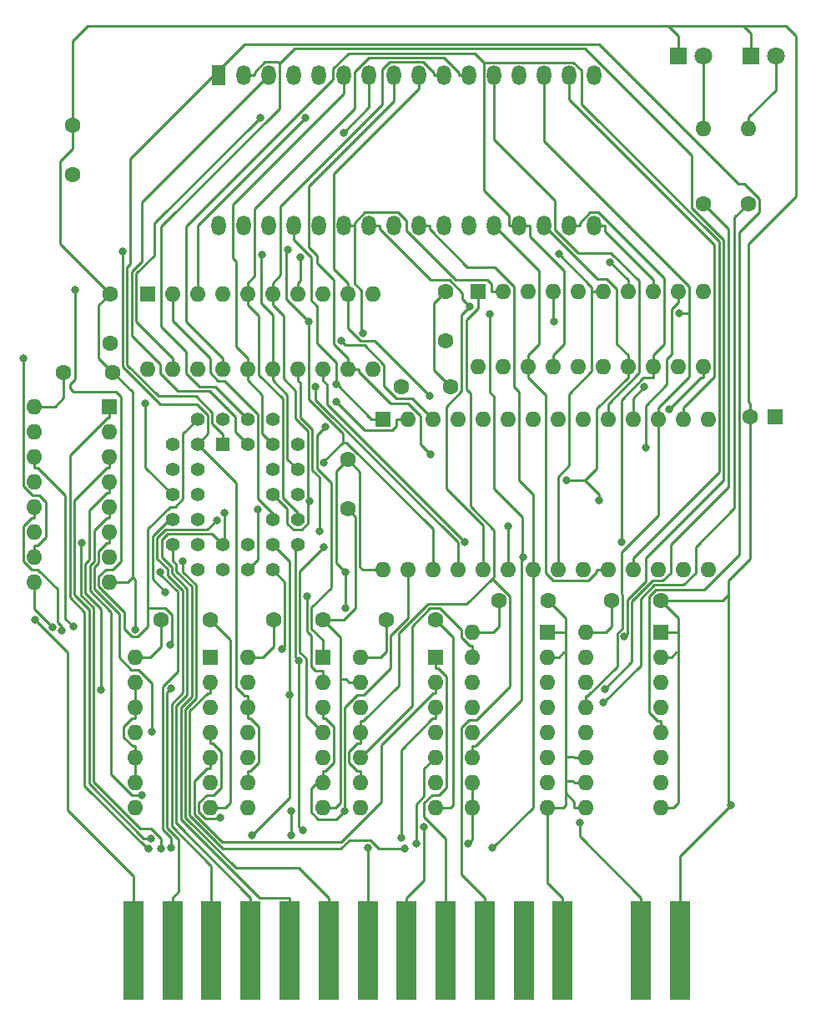
<source format=gbr>
%TF.GenerationSoftware,KiCad,Pcbnew,7.0.10*%
%TF.CreationDate,2024-01-21T16:19:02+01:00*%
%TF.ProjectId,p2000t-slot2-datacartridge,70323030-3074-42d7-936c-6f74322d6461,rev?*%
%TF.SameCoordinates,Original*%
%TF.FileFunction,Copper,L1,Top*%
%TF.FilePolarity,Positive*%
%FSLAX46Y46*%
G04 Gerber Fmt 4.6, Leading zero omitted, Abs format (unit mm)*
G04 Created by KiCad (PCBNEW 7.0.10) date 2024-01-21 16:19:02*
%MOMM*%
%LPD*%
G01*
G04 APERTURE LIST*
%TA.AperFunction,ComponentPad*%
%ADD10R,1.800000X1.800000*%
%TD*%
%TA.AperFunction,ComponentPad*%
%ADD11C,1.800000*%
%TD*%
%TA.AperFunction,ComponentPad*%
%ADD12C,1.600000*%
%TD*%
%TA.AperFunction,ComponentPad*%
%ADD13O,1.600000X1.600000*%
%TD*%
%TA.AperFunction,ComponentPad*%
%ADD14R,1.600000X1.600000*%
%TD*%
%TA.AperFunction,SMDPad,CuDef*%
%ADD15R,2.000000X10.000000*%
%TD*%
%TA.AperFunction,ComponentPad*%
%ADD16R,1.422400X1.422400*%
%TD*%
%TA.AperFunction,ComponentPad*%
%ADD17C,1.422400*%
%TD*%
%TA.AperFunction,ComponentPad*%
%ADD18R,1.440000X2.000000*%
%TD*%
%TA.AperFunction,ComponentPad*%
%ADD19O,1.440000X2.000000*%
%TD*%
%TA.AperFunction,ViaPad*%
%ADD20C,0.800000*%
%TD*%
%TA.AperFunction,Conductor*%
%ADD21C,0.250000*%
%TD*%
G04 APERTURE END LIST*
D10*
%TO.P,D2,1,K*%
%TO.N,GND*%
X118359000Y-57150000D03*
D11*
%TO.P,D2,2,A*%
%TO.N,Net-(D2-A)*%
X120899000Y-57150000D03*
%TD*%
D12*
%TO.P,R1,1*%
%TO.N,Net-(U9-Q0)*%
X113538000Y-72136000D03*
D13*
%TO.P,R1,2*%
%TO.N,Net-(D1-A)*%
X113538000Y-64516000D03*
%TD*%
D10*
%TO.P,D1,1,K*%
%TO.N,GND*%
X110993000Y-57150000D03*
D11*
%TO.P,D1,2,A*%
%TO.N,Net-(D1-A)*%
X113533000Y-57150000D03*
%TD*%
D12*
%TO.P,R2,1*%
%TO.N,Net-(U9-Q1)*%
X118110000Y-72136000D03*
D13*
%TO.P,R2,2*%
%TO.N,Net-(D2-A)*%
X118110000Y-64516000D03*
%TD*%
D14*
%TO.P,U3,1,A0*%
%TO.N,A0*%
X53330000Y-92700000D03*
D13*
%TO.P,U3,2,A1*%
%TO.N,A1*%
X53330000Y-95240000D03*
%TO.P,U3,3,A2*%
%TO.N,A2*%
X53330000Y-97780000D03*
%TO.P,U3,4,E1*%
%TO.N,A3*%
X53330000Y-100320000D03*
%TO.P,U3,5,E2*%
%TO.N,~{IORQ}*%
X53330000Y-102860000D03*
%TO.P,U3,6,E3*%
%TO.N,Net-(U3-E3)*%
X53330000Y-105400000D03*
%TO.P,U3,7,O7*%
%TO.N,unconnected-(U3-O7-Pad7)*%
X53330000Y-107940000D03*
%TO.P,U3,8,GND*%
%TO.N,GND*%
X53330000Y-110480000D03*
%TO.P,U3,9,O6*%
%TO.N,SO6*%
X45710000Y-110480000D03*
%TO.P,U3,10,O5*%
%TO.N,SO5*%
X45710000Y-107940000D03*
%TO.P,U3,11,O4*%
%TO.N,SO4*%
X45710000Y-105400000D03*
%TO.P,U3,12,O3*%
%TO.N,Net-(U3-O3)*%
X45710000Y-102860000D03*
%TO.P,U3,13,O2*%
%TO.N,SO2*%
X45710000Y-100320000D03*
%TO.P,U3,14,O1*%
%TO.N,Net-(U3-O1)*%
X45710000Y-97780000D03*
%TO.P,U3,15,O0*%
%TO.N,Net-(U3-O0)*%
X45710000Y-95240000D03*
%TO.P,U3,16,VCC*%
%TO.N,VCC*%
X45710000Y-92700000D03*
%TD*%
D14*
%TO.P,U2,1*%
%TO.N,A7*%
X86360000Y-118110000D03*
D13*
%TO.P,U2,2*%
%TO.N,Net-(U2-Pad2)*%
X86360000Y-120650000D03*
%TO.P,U2,3*%
%TO.N,A4*%
X86360000Y-123190000D03*
%TO.P,U2,4*%
%TO.N,Net-(U2-Pad4)*%
X86360000Y-125730000D03*
%TO.P,U2,5*%
%TO.N,GND*%
X86360000Y-128270000D03*
%TO.P,U2,6*%
%TO.N,unconnected-(U2-Pad6)*%
X86360000Y-130810000D03*
%TO.P,U2,7,GND*%
%TO.N,GND*%
X86360000Y-133350000D03*
%TO.P,U2,8*%
%TO.N,Net-(U7-Mr)*%
X78740000Y-133350000D03*
%TO.P,U2,9*%
%TO.N,~{RES}*%
X78740000Y-130810000D03*
%TO.P,U2,10*%
%TO.N,Net-(U9-Mr)*%
X78740000Y-128270000D03*
%TO.P,U2,11*%
%TO.N,~{RES}*%
X78740000Y-125730000D03*
%TO.P,U2,12*%
%TO.N,unconnected-(U2-Pad12)*%
X78740000Y-123190000D03*
%TO.P,U2,13*%
%TO.N,GND*%
X78740000Y-120650000D03*
%TO.P,U2,14,VCC*%
%TO.N,VCC*%
X78740000Y-118110000D03*
%TD*%
D14*
%TO.P,U1,1*%
%TO.N,Net-(U6-Cp)*%
X74930000Y-118105000D03*
D13*
%TO.P,U1,2*%
%TO.N,Net-(U3-O0)*%
X74930000Y-120645000D03*
%TO.P,U1,3*%
%TO.N,~{WR}*%
X74930000Y-123185000D03*
%TO.P,U1,4*%
%TO.N,Net-(U5-Cp)*%
X74930000Y-125725000D03*
%TO.P,U1,5*%
%TO.N,Net-(U3-O1)*%
X74930000Y-128265000D03*
%TO.P,U1,6*%
%TO.N,~{WR}*%
X74930000Y-130805000D03*
%TO.P,U1,7,GND*%
%TO.N,GND*%
X74930000Y-133345000D03*
%TO.P,U1,8*%
%TO.N,SO6*%
X67310000Y-133345000D03*
%TO.P,U1,9*%
%TO.N,~{WR}*%
X67310000Y-130805000D03*
%TO.P,U1,10*%
%TO.N,Net-(U9-Cp)*%
X67310000Y-128265000D03*
%TO.P,U1,11*%
%TO.N,Net-(U3-O3)*%
X67310000Y-125725000D03*
%TO.P,U1,12*%
%TO.N,~{WR}*%
X67310000Y-123185000D03*
%TO.P,U1,13*%
%TO.N,Net-(U7-Cp)*%
X67310000Y-120645000D03*
%TO.P,U1,14,VCC*%
%TO.N,VCC*%
X67310000Y-118105000D03*
%TD*%
D14*
%TO.P,U4,1*%
%TO.N,Net-(U2-Pad4)*%
X63500000Y-118105000D03*
D13*
%TO.P,U4,2*%
%TO.N,A6*%
X63500000Y-120645000D03*
%TO.P,U4,3*%
%TO.N,N/C*%
X63500000Y-123185000D03*
%TO.P,U4,4*%
%TO.N,A5*%
X63500000Y-125725000D03*
%TO.P,U4,5*%
%TO.N,Net-(U2-Pad2)*%
X63500000Y-128265000D03*
%TO.P,U4,6*%
%TO.N,Net-(U3-E3)*%
X63500000Y-130805000D03*
%TO.P,U4,7,GND*%
%TO.N,GND*%
X63500000Y-133345000D03*
%TO.P,U4,8*%
%TO.N,unconnected-(U4-Pad8)*%
X55880000Y-133345000D03*
%TO.P,U4,9*%
%TO.N,GND*%
X55880000Y-130805000D03*
%TO.P,U4,10*%
X55880000Y-128265000D03*
%TO.P,U4,11*%
%TO.N,N/C*%
X55880000Y-125725000D03*
%TO.P,U4,12*%
%TO.N,GND*%
X55880000Y-123185000D03*
%TO.P,U4,13*%
X55880000Y-120645000D03*
%TO.P,U4,14,VCC*%
%TO.N,VCC*%
X55880000Y-118105000D03*
%TD*%
D14*
%TO.P,U5,1,~{Mr}*%
%TO.N,~{RES}*%
X90678000Y-81026000D03*
D13*
%TO.P,U5,2,Q0*%
%TO.N,CA8*%
X93218000Y-81026000D03*
%TO.P,U5,3,D0*%
%TO.N,D0*%
X95758000Y-81026000D03*
%TO.P,U5,4,D1*%
%TO.N,D1*%
X98298000Y-81026000D03*
%TO.P,U5,5,Q1*%
%TO.N,CA9*%
X100838000Y-81026000D03*
%TO.P,U5,6,Q2*%
%TO.N,CA10*%
X103378000Y-81026000D03*
%TO.P,U5,7,D2*%
%TO.N,D2*%
X105918000Y-81026000D03*
%TO.P,U5,8,D3*%
%TO.N,D3*%
X108458000Y-81026000D03*
%TO.P,U5,9,Q3*%
%TO.N,CA11*%
X110998000Y-81026000D03*
%TO.P,U5,10,GND*%
%TO.N,GND*%
X113538000Y-81026000D03*
%TO.P,U5,11,Cp*%
%TO.N,Net-(U5-Cp)*%
X113538000Y-88646000D03*
%TO.P,U5,12,Q4*%
%TO.N,CA12*%
X110998000Y-88646000D03*
%TO.P,U5,13,D4*%
%TO.N,D4*%
X108458000Y-88646000D03*
%TO.P,U5,14,D5*%
%TO.N,D5*%
X105918000Y-88646000D03*
%TO.P,U5,15,Q5*%
%TO.N,CA13*%
X103378000Y-88646000D03*
%TO.P,U5,16,Q6*%
%TO.N,CA14*%
X100838000Y-88646000D03*
%TO.P,U5,17,D6*%
%TO.N,D6*%
X98298000Y-88646000D03*
%TO.P,U5,18,D7*%
%TO.N,D7*%
X95758000Y-88646000D03*
%TO.P,U5,19,Q7*%
%TO.N,CA15*%
X93218000Y-88646000D03*
%TO.P,U5,20,VCC*%
%TO.N,VCC*%
X90678000Y-88646000D03*
%TD*%
D15*
%TO.P,J1,1b,Pin_1b*%
%TO.N,VCC*%
X55742000Y-147828000D03*
%TO.P,J1,2b,Pin_2b*%
%TO.N,D1*%
X59702000Y-147828000D03*
%TO.P,J1,3b,Pin_3b*%
%TO.N,D3*%
X63662000Y-147828000D03*
%TO.P,J1,4b,Pin_4b*%
%TO.N,D5*%
X67622000Y-147828000D03*
%TO.P,J1,5b,Pin_5b*%
%TO.N,D7*%
X71582000Y-147828000D03*
%TO.P,J1,6b,Pin_6b*%
%TO.N,A1*%
X75542000Y-147828000D03*
%TO.P,J1,7b,Pin_7b*%
%TO.N,A3*%
X79502000Y-147828000D03*
%TO.P,J1,8b,Pin_8b*%
%TO.N,A5*%
X83462000Y-147828000D03*
%TO.P,J1,9b,Pin_9b*%
%TO.N,A7*%
X87422000Y-147828000D03*
%TO.P,J1,10b,Pin_10b*%
%TO.N,~{RES}*%
X91382000Y-147828000D03*
%TO.P,J1,11b,Pin_11b*%
%TO.N,unconnected-(J1-Pin_11b-Pad11b)*%
X95342000Y-147828000D03*
%TO.P,J1,12b,Pin_12b*%
%TO.N,GND*%
X99302000Y-147828000D03*
%TO.P,J1,14b,Pin_14b*%
%TO.N,~{WR}*%
X107236400Y-147828000D03*
%TO.P,J1,15b,Pin_15b*%
%TO.N,GND*%
X111182000Y-147828000D03*
%TD*%
D14*
%TO.P,U6,1,~{Mr}*%
%TO.N,~{RES}*%
X57155000Y-81290000D03*
D13*
%TO.P,U6,2,Q0*%
%TO.N,CA0*%
X59695000Y-81290000D03*
%TO.P,U6,3,D0*%
%TO.N,D0*%
X62235000Y-81290000D03*
%TO.P,U6,4,D1*%
%TO.N,D1*%
X64775000Y-81290000D03*
%TO.P,U6,5,Q1*%
%TO.N,CA1*%
X67315000Y-81290000D03*
%TO.P,U6,6,Q2*%
%TO.N,CA2*%
X69855000Y-81290000D03*
%TO.P,U6,7,D2*%
%TO.N,D2*%
X72395000Y-81290000D03*
%TO.P,U6,8,D3*%
%TO.N,D3*%
X74935000Y-81290000D03*
%TO.P,U6,9,Q3*%
%TO.N,CA3*%
X77475000Y-81290000D03*
%TO.P,U6,10,GND*%
%TO.N,GND*%
X80015000Y-81290000D03*
%TO.P,U6,11,Cp*%
%TO.N,Net-(U6-Cp)*%
X80015000Y-88910000D03*
%TO.P,U6,12,Q4*%
%TO.N,CA4*%
X77475000Y-88910000D03*
%TO.P,U6,13,D4*%
%TO.N,D4*%
X74935000Y-88910000D03*
%TO.P,U6,14,D5*%
%TO.N,D5*%
X72395000Y-88910000D03*
%TO.P,U6,15,Q5*%
%TO.N,CA5*%
X69855000Y-88910000D03*
%TO.P,U6,16,Q6*%
%TO.N,CA6*%
X67315000Y-88910000D03*
%TO.P,U6,17,D6*%
%TO.N,D6*%
X64775000Y-88910000D03*
%TO.P,U6,18,D7*%
%TO.N,D7*%
X62235000Y-88910000D03*
%TO.P,U6,19,Q7*%
%TO.N,CA7*%
X59695000Y-88910000D03*
%TO.P,U6,20,VCC*%
%TO.N,VCC*%
X57155000Y-88910000D03*
%TD*%
D12*
%TO.P,C1,1*%
%TO.N,VCC*%
X58500000Y-114300000D03*
%TO.P,C1,2*%
%TO.N,GND*%
X63500000Y-114300000D03*
%TD*%
%TO.P,C2,1*%
%TO.N,VCC*%
X69930000Y-114300000D03*
%TO.P,C2,2*%
%TO.N,GND*%
X74930000Y-114300000D03*
%TD*%
%TO.P,C3,1*%
%TO.N,VCC*%
X81360000Y-114300000D03*
%TO.P,C3,2*%
%TO.N,GND*%
X86360000Y-114300000D03*
%TD*%
%TO.P,C4,1*%
%TO.N,VCC*%
X104220000Y-112395000D03*
%TO.P,C4,2*%
%TO.N,GND*%
X109220000Y-112395000D03*
%TD*%
%TO.P,C5,1*%
%TO.N,VCC*%
X53340000Y-86290000D03*
%TO.P,C5,2*%
%TO.N,GND*%
X53340000Y-81290000D03*
%TD*%
%TO.P,C6,1*%
%TO.N,VCC*%
X48660000Y-89275000D03*
%TO.P,C6,2*%
%TO.N,GND*%
X53660000Y-89275000D03*
%TD*%
%TO.P,C8,1*%
%TO.N,VCC*%
X82884000Y-90678000D03*
%TO.P,C8,2*%
%TO.N,GND*%
X87884000Y-90678000D03*
%TD*%
%TO.P,C9,1*%
%TO.N,VCC*%
X49530000Y-69175000D03*
%TO.P,C9,2*%
%TO.N,GND*%
X49530000Y-64175000D03*
%TD*%
D16*
%TO.P,U8,1,A18*%
%TO.N,CA18*%
X64770000Y-96520000D03*
D17*
%TO.P,U8,2,A16*%
%TO.N,CA16*%
X67310000Y-93980000D03*
%TO.P,U8,3,A15*%
%TO.N,CA15*%
X67310000Y-96520000D03*
%TO.P,U8,4,A12*%
%TO.N,CA12*%
X69850000Y-93980000D03*
%TO.P,U8,5,A7*%
%TO.N,CA7*%
X72390000Y-96520000D03*
%TO.P,U8,6,A6*%
%TO.N,CA6*%
X69850000Y-96520000D03*
%TO.P,U8,7,A5*%
%TO.N,CA5*%
X72390000Y-99060000D03*
%TO.P,U8,8,A4*%
%TO.N,CA4*%
X69850000Y-99060000D03*
%TO.P,U8,9,A3*%
%TO.N,CA3*%
X72390000Y-101600000D03*
%TO.P,U8,10,A2*%
%TO.N,CA2*%
X69850000Y-101600000D03*
%TO.P,U8,11,A1*%
%TO.N,CA1*%
X72390000Y-104140000D03*
%TO.P,U8,12,A0*%
%TO.N,CA0*%
X69850000Y-104140000D03*
%TO.P,U8,13,D0*%
%TO.N,D0*%
X72390000Y-106680000D03*
%TO.P,U8,14,D1*%
%TO.N,D1*%
X69850000Y-109220000D03*
%TO.P,U8,15,D2*%
%TO.N,D2*%
X69850000Y-106680000D03*
%TO.P,U8,16,GND*%
%TO.N,GND*%
X67310000Y-109220000D03*
%TO.P,U8,17,D3*%
%TO.N,D3*%
X67310000Y-106680000D03*
%TO.P,U8,18,D4*%
%TO.N,D4*%
X64770000Y-109220000D03*
%TO.P,U8,19,D5*%
%TO.N,D5*%
X64770000Y-106680000D03*
%TO.P,U8,20,D6*%
%TO.N,D6*%
X62230000Y-109220000D03*
%TO.P,U8,21,D7*%
%TO.N,D7*%
X59690000Y-106680000D03*
%TO.P,U8,22,CE*%
%TO.N,SO2*%
X62230000Y-106680000D03*
%TO.P,U8,23,A10*%
%TO.N,CA10*%
X59690000Y-104140000D03*
%TO.P,U8,24,OE*%
%TO.N,~{RD}*%
X62230000Y-104140000D03*
%TO.P,U8,25,A11*%
%TO.N,CA11*%
X59690000Y-101600000D03*
%TO.P,U8,26,A9*%
%TO.N,CA9*%
X62230000Y-101600000D03*
%TO.P,U8,27,A8*%
%TO.N,CA8*%
X59690000Y-99060000D03*
%TO.P,U8,28,A13*%
%TO.N,CA13*%
X62230000Y-99060000D03*
%TO.P,U8,29,A14*%
%TO.N,CA14*%
X59690000Y-96520000D03*
%TO.P,U8,30,A17*%
%TO.N,CA17*%
X62230000Y-93980000D03*
%TO.P,U8,31,PGM*%
%TO.N,~{WR}*%
X62230000Y-96520000D03*
%TO.P,U8,32,VCC*%
%TO.N,VCC*%
X64770000Y-93980000D03*
%TD*%
D14*
%TO.P,U7,1,Oe1*%
%TO.N,GND*%
X109220000Y-115570000D03*
D13*
%TO.P,U7,2,Oe2*%
X109220000Y-118110000D03*
%TO.P,U7,3,Q0*%
%TO.N,CA16*%
X109220000Y-120650000D03*
%TO.P,U7,4,Q1*%
%TO.N,CA17*%
X109220000Y-123190000D03*
%TO.P,U7,5,Q2*%
%TO.N,CA18*%
X109220000Y-125730000D03*
%TO.P,U7,6,Q3*%
%TO.N,unconnected-(U7-Q3-Pad6)*%
X109220000Y-128270000D03*
%TO.P,U7,7,Cp*%
%TO.N,Net-(U7-Cp)*%
X109220000Y-130810000D03*
%TO.P,U7,8,GND*%
%TO.N,GND*%
X109220000Y-133350000D03*
%TO.P,U7,9,E1*%
X101600000Y-133350000D03*
%TO.P,U7,10,E2*%
X101600000Y-130810000D03*
%TO.P,U7,11,D3*%
X101600000Y-128270000D03*
%TO.P,U7,12,D2*%
%TO.N,D2*%
X101600000Y-125730000D03*
%TO.P,U7,13,D1*%
%TO.N,D1*%
X101600000Y-123190000D03*
%TO.P,U7,14,D0*%
%TO.N,D0*%
X101600000Y-120650000D03*
%TO.P,U7,15,Mr*%
%TO.N,Net-(U7-Mr)*%
X101600000Y-118110000D03*
%TO.P,U7,16,VCC*%
%TO.N,VCC*%
X101600000Y-115570000D03*
%TD*%
D12*
%TO.P,C7,1*%
%TO.N,VCC*%
X87376000Y-86066000D03*
%TO.P,C7,2*%
%TO.N,GND*%
X87376000Y-81066000D03*
%TD*%
%TO.P,C10,1*%
%TO.N,VCC*%
X92790000Y-112395000D03*
%TO.P,C10,2*%
%TO.N,GND*%
X97790000Y-112395000D03*
%TD*%
D14*
%TO.P,C11,1*%
%TO.N,VCC*%
X120816400Y-93726000D03*
D12*
%TO.P,C11,2*%
%TO.N,GND*%
X118316400Y-93726000D03*
%TD*%
D14*
%TO.P,U9,1,Oe1*%
%TO.N,GND*%
X97780000Y-115560000D03*
D13*
%TO.P,U9,2,Oe2*%
X97780000Y-118100000D03*
%TO.P,U9,3,Q0*%
%TO.N,Net-(U9-Q0)*%
X97780000Y-120640000D03*
%TO.P,U9,4,Q1*%
%TO.N,Net-(U9-Q1)*%
X97780000Y-123180000D03*
%TO.P,U9,5,Q2*%
%TO.N,unconnected-(U9-Q2-Pad5)*%
X97780000Y-125720000D03*
%TO.P,U9,6,Q3*%
%TO.N,unconnected-(U9-Q3-Pad6)*%
X97780000Y-128260000D03*
%TO.P,U9,7,Cp*%
%TO.N,Net-(U9-Cp)*%
X97780000Y-130800000D03*
%TO.P,U9,8,GND*%
%TO.N,GND*%
X97780000Y-133340000D03*
%TO.P,U9,9,E1*%
X90160000Y-133340000D03*
%TO.P,U9,10,E2*%
X90160000Y-130800000D03*
%TO.P,U9,11,D3*%
%TO.N,D3*%
X90160000Y-128260000D03*
%TO.P,U9,12,D2*%
%TO.N,D2*%
X90160000Y-125720000D03*
%TO.P,U9,13,D1*%
%TO.N,D1*%
X90160000Y-123180000D03*
%TO.P,U9,14,D0*%
%TO.N,D0*%
X90160000Y-120640000D03*
%TO.P,U9,15,Mr*%
%TO.N,Net-(U9-Mr)*%
X90160000Y-118100000D03*
%TO.P,U9,16,VCC*%
%TO.N,VCC*%
X90160000Y-115560000D03*
%TD*%
D18*
%TO.P,U10,1,A18*%
%TO.N,CA18*%
X64398000Y-59147500D03*
D19*
%TO.P,U10,2,A16*%
%TO.N,CA16*%
X66938000Y-59147500D03*
%TO.P,U10,3,A15*%
%TO.N,CA15*%
X69478000Y-59147500D03*
%TO.P,U10,4,A12*%
%TO.N,CA12*%
X72018000Y-59147500D03*
%TO.P,U10,5,A7*%
%TO.N,CA7*%
X74558000Y-59147500D03*
%TO.P,U10,6,A6*%
%TO.N,CA6*%
X77098000Y-59147500D03*
%TO.P,U10,7,A5*%
%TO.N,CA5*%
X79638000Y-59147500D03*
%TO.P,U10,8,A4*%
%TO.N,CA4*%
X82178000Y-59147500D03*
%TO.P,U10,9,A3*%
%TO.N,CA3*%
X84718000Y-59147500D03*
%TO.P,U10,10,A2*%
%TO.N,CA2*%
X87258000Y-59147500D03*
%TO.P,U10,11,A1*%
%TO.N,CA1*%
X89798000Y-59147500D03*
%TO.P,U10,12,A0*%
%TO.N,CA0*%
X92338000Y-59147500D03*
%TO.P,U10,13,D0*%
%TO.N,D0*%
X94878000Y-59147500D03*
%TO.P,U10,14,D1*%
%TO.N,D1*%
X97418000Y-59147500D03*
%TO.P,U10,15,D2*%
%TO.N,D2*%
X99958000Y-59147500D03*
%TO.P,U10,16,GND*%
%TO.N,GND*%
X102498000Y-59147500D03*
%TO.P,U10,17,D3*%
%TO.N,D3*%
X102498000Y-74387500D03*
%TO.P,U10,18,D4*%
%TO.N,D4*%
X99958000Y-74387500D03*
%TO.P,U10,19,D5*%
%TO.N,D5*%
X97418000Y-74387500D03*
%TO.P,U10,20,D6*%
%TO.N,D6*%
X94878000Y-74387500D03*
%TO.P,U10,21,D7*%
%TO.N,D7*%
X92338000Y-74387500D03*
%TO.P,U10,22,CE*%
%TO.N,SO5*%
X89798000Y-74387500D03*
%TO.P,U10,23,A10*%
%TO.N,CA10*%
X87258000Y-74387500D03*
%TO.P,U10,24,OE*%
%TO.N,~{RD}*%
X84718000Y-74387500D03*
%TO.P,U10,25,A11*%
%TO.N,CA11*%
X82178000Y-74387500D03*
%TO.P,U10,26,A9*%
%TO.N,CA9*%
X79638000Y-74387500D03*
%TO.P,U10,27,A8*%
%TO.N,CA8*%
X77098000Y-74387500D03*
%TO.P,U10,28,A13*%
%TO.N,CA13*%
X74558000Y-74387500D03*
%TO.P,U10,29,A14*%
%TO.N,CA14*%
X72018000Y-74387500D03*
%TO.P,U10,30,A17*%
%TO.N,CA17*%
X69478000Y-74387500D03*
%TO.P,U10,31,PGM*%
%TO.N,~{WR}*%
X66938000Y-74387500D03*
%TO.P,U10,32,VCC*%
%TO.N,VCC*%
X64398000Y-74387500D03*
%TD*%
D12*
%TO.P,C12,1*%
%TO.N,VCC*%
X77470000Y-98084000D03*
%TO.P,C12,2*%
%TO.N,GND*%
X77470000Y-103084000D03*
%TD*%
D14*
%TO.P,U11,1,A14*%
%TO.N,CA14*%
X81026000Y-93975000D03*
D13*
%TO.P,U11,2,A12*%
%TO.N,CA12*%
X83566000Y-93975000D03*
%TO.P,U11,3,A7*%
%TO.N,CA7*%
X86106000Y-93975000D03*
%TO.P,U11,4,A6*%
%TO.N,CA6*%
X88646000Y-93975000D03*
%TO.P,U11,5,A5*%
%TO.N,CA5*%
X91186000Y-93975000D03*
%TO.P,U11,6,A4*%
%TO.N,CA4*%
X93726000Y-93975000D03*
%TO.P,U11,7,A3*%
%TO.N,CA3*%
X96266000Y-93975000D03*
%TO.P,U11,8,A2*%
%TO.N,CA2*%
X98806000Y-93975000D03*
%TO.P,U11,9,A1*%
%TO.N,CA1*%
X101346000Y-93975000D03*
%TO.P,U11,10,A0*%
%TO.N,CA0*%
X103886000Y-93975000D03*
%TO.P,U11,11,Q0*%
%TO.N,D0*%
X106426000Y-93975000D03*
%TO.P,U11,12,Q1*%
%TO.N,D1*%
X108966000Y-93975000D03*
%TO.P,U11,13,Q2*%
%TO.N,D2*%
X111506000Y-93975000D03*
%TO.P,U11,14,GND*%
%TO.N,GND*%
X114046000Y-93975000D03*
%TO.P,U11,15,Q3*%
%TO.N,D3*%
X114046000Y-109215000D03*
%TO.P,U11,16,Q4*%
%TO.N,D4*%
X111506000Y-109215000D03*
%TO.P,U11,17,Q5*%
%TO.N,D5*%
X108966000Y-109215000D03*
%TO.P,U11,18,Q6*%
%TO.N,D6*%
X106426000Y-109215000D03*
%TO.P,U11,19,Q7*%
%TO.N,D7*%
X103886000Y-109215000D03*
%TO.P,U11,20,~{CS}*%
%TO.N,SO4*%
X101346000Y-109215000D03*
%TO.P,U11,21,A10*%
%TO.N,CA10*%
X98806000Y-109215000D03*
%TO.P,U11,22,~{OE}*%
%TO.N,~{RD}*%
X96266000Y-109215000D03*
%TO.P,U11,23,A11*%
%TO.N,CA11*%
X93726000Y-109215000D03*
%TO.P,U11,24,A9*%
%TO.N,CA9*%
X91186000Y-109215000D03*
%TO.P,U11,25,A8*%
%TO.N,CA8*%
X88646000Y-109215000D03*
%TO.P,U11,26,A13*%
%TO.N,CA13*%
X86106000Y-109215000D03*
%TO.P,U11,27,~{WE}*%
%TO.N,~{WR}*%
X83566000Y-109215000D03*
%TO.P,U11,28,VCC*%
%TO.N,VCC*%
X81026000Y-109215000D03*
%TD*%
D20*
%TO.N,GND*%
X89733200Y-137033000D03*
X84455000Y-137033000D03*
%TO.N,A3*%
X79502000Y-137414000D03*
X71755000Y-136123600D03*
X71755000Y-133731000D03*
%TO.N,GND*%
X68326000Y-103124000D03*
X55880000Y-115316000D03*
X116332000Y-133096000D03*
%TO.N,VCC*%
X77216000Y-113175000D03*
X77216000Y-109474000D03*
X45720000Y-114300000D03*
%TO.N,D0*%
X72893400Y-135679800D03*
X73145800Y-63416700D03*
X72511800Y-118491300D03*
X107589900Y-90712600D03*
%TO.N,D2*%
X67795900Y-136123900D03*
X104109300Y-78061800D03*
X71553200Y-121970700D03*
X72649300Y-77553000D03*
%TO.N,D4*%
X105246000Y-106449800D03*
X89377500Y-106449800D03*
X50483400Y-106563200D03*
X58557600Y-137508300D03*
%TO.N,D6*%
X59558000Y-137466400D03*
X58466800Y-109468700D03*
%TO.N,A0*%
X57274100Y-137540500D03*
%TO.N,A2*%
X57502500Y-136511600D03*
%TO.N,A4*%
X82904700Y-136435800D03*
%TO.N,A6*%
X83302500Y-137555900D03*
%TO.N,~{RD}*%
X92167900Y-137456000D03*
%TO.N,~{IORQ}*%
X56618800Y-132075000D03*
%TO.N,A5*%
X64561300Y-134351400D03*
X85210000Y-135329700D03*
%TO.N,A1*%
X60765700Y-108385000D03*
%TO.N,D5*%
X74586800Y-105373000D03*
X99700400Y-100207400D03*
X102959800Y-102247100D03*
X64976300Y-103486300D03*
%TO.N,D3*%
X64202400Y-104213400D03*
X91939700Y-83329700D03*
X95243700Y-107988900D03*
%TO.N,D1*%
X98422800Y-84055100D03*
X59546100Y-121247100D03*
X111135500Y-83271100D03*
X70808500Y-117286700D03*
%TO.N,~{WR}*%
X101015100Y-134910900D03*
X77158400Y-133701700D03*
X54651300Y-76987800D03*
%TO.N,CA2*%
X73622800Y-102316100D03*
%TO.N,CA4*%
X85848000Y-97560500D03*
%TO.N,CA3*%
X85821400Y-91670100D03*
%TO.N,CA10*%
X98911100Y-77250000D03*
X58961500Y-111488400D03*
%TO.N,CA12*%
X76281300Y-92205400D03*
%TO.N,CA9*%
X89874300Y-82557100D03*
%TO.N,CA11*%
X93726000Y-104848000D03*
X107709700Y-96913400D03*
X56972100Y-92391600D03*
%TO.N,CA8*%
X74220100Y-90720600D03*
X79011900Y-85262800D03*
%TO.N,CA14*%
X76341300Y-90439100D03*
%TO.N,CA13*%
X71412600Y-76843500D03*
X75072300Y-98376600D03*
X73541700Y-84106300D03*
%TO.N,CA5*%
X77050800Y-64939700D03*
X68755800Y-77298500D03*
%TO.N,CA7*%
X68581500Y-63444600D03*
X76842900Y-86074200D03*
%TO.N,SO6*%
X47496900Y-115041200D03*
%TO.N,Net-(U9-Q0)*%
X103562500Y-121327200D03*
%TO.N,Net-(U9-Q1)*%
X103422100Y-122715700D03*
%TO.N,Net-(U6-Cp)*%
X75208300Y-94743800D03*
%TO.N,Net-(U3-O0)*%
X73354400Y-111966900D03*
%TO.N,Net-(U5-Cp)*%
X110106300Y-92972700D03*
X75072900Y-106993300D03*
%TO.N,Net-(U3-O1)*%
X49660400Y-115038700D03*
%TO.N,SO5*%
X44572200Y-87790500D03*
%TO.N,CA17*%
X49788500Y-80896600D03*
X59490300Y-116855300D03*
%TO.N,CA16*%
X105568100Y-116056400D03*
%TO.N,Net-(U3-O3)*%
X48499000Y-115412000D03*
%TO.N,A3*%
X52441500Y-121409400D03*
%TO.N,Net-(U3-E3)*%
X57596600Y-125672500D03*
%TD*%
D21*
%TO.N,GND*%
X90160000Y-136606200D02*
X90160000Y-133340000D01*
X89733200Y-137033000D02*
X90160000Y-136606200D01*
X84455000Y-133004999D02*
X84455000Y-137033000D01*
X85235000Y-132224999D02*
X84455000Y-133004999D01*
X85235000Y-129395000D02*
X85235000Y-132224999D01*
X86360000Y-128270000D02*
X85235000Y-129395000D01*
%TO.N,A6*%
X76765996Y-137555900D02*
X64828300Y-137555900D01*
X77632896Y-136689000D02*
X76765996Y-137555900D01*
X79802305Y-136689000D02*
X77632896Y-136689000D01*
X80669205Y-137555900D02*
X79802305Y-136689000D01*
X83302500Y-137555900D02*
X80669205Y-137555900D01*
%TO.N,A3*%
X79502000Y-138280900D02*
X79502000Y-137414000D01*
X79502000Y-147828000D02*
X79502000Y-138280900D01*
X71755000Y-135636000D02*
X71755000Y-136123600D01*
X71755000Y-133731000D02*
X71755000Y-135636000D01*
%TO.N,GND*%
X55626000Y-91241000D02*
X55626000Y-109982000D01*
X99568000Y-131883600D02*
X99568000Y-133096000D01*
X76195000Y-133345000D02*
X74930000Y-133345000D01*
X99568000Y-117652300D02*
X99568000Y-128246500D01*
X118316000Y-93736300D02*
X118316000Y-108156000D01*
X109982000Y-54102000D02*
X117348000Y-54102000D01*
X99568000Y-130671200D02*
X99568000Y-131883600D01*
X110998000Y-115567200D02*
X110348100Y-115567200D01*
X97780000Y-134465300D02*
X97780000Y-140980700D01*
X99314000Y-133350000D02*
X99304000Y-133340000D01*
X65029000Y-133345000D02*
X63500000Y-133345000D01*
X118364000Y-54864000D02*
X118359000Y-54869000D01*
X110998000Y-132842000D02*
X110490000Y-133350000D01*
X109220000Y-112395000D02*
X115483000Y-112395000D01*
X86251000Y-89045000D02*
X87884000Y-90678000D01*
X100474700Y-132790300D02*
X100474700Y-133350000D01*
X49530000Y-64175000D02*
X49530000Y-55626000D01*
X118316400Y-93735900D02*
X118316400Y-93726000D01*
X52215000Y-82415000D02*
X53340000Y-81290000D01*
X109220000Y-115570000D02*
X110345300Y-115570000D01*
X110998000Y-115567200D02*
X110998000Y-117658500D01*
X118316000Y-108156000D02*
X116118000Y-110355000D01*
X48260000Y-76210000D02*
X48260000Y-67818000D01*
X100451200Y-128246500D02*
X100474700Y-128270000D01*
X52215000Y-87830000D02*
X52215000Y-82415000D01*
X67310000Y-109220000D02*
X68346200Y-108184000D01*
X109220000Y-112395000D02*
X110998000Y-114173000D01*
X110490000Y-133350000D02*
X109220000Y-133350000D01*
X55880000Y-128265000D02*
X55880000Y-127139700D01*
X110998000Y-117658500D02*
X110998000Y-132842000D01*
X76708000Y-120352500D02*
X77317200Y-120352500D01*
X110993000Y-55113000D02*
X110993000Y-57150000D01*
X99568000Y-114173000D02*
X99568000Y-115564700D01*
X55626000Y-109982000D02*
X55128000Y-110480000D01*
X110998000Y-114173000D02*
X110998000Y-115567200D01*
X55880000Y-110236000D02*
X55626000Y-109982000D01*
X121920000Y-54102000D02*
X122936000Y-55118000D01*
X111182000Y-138246000D02*
X116332000Y-133096000D01*
X88138000Y-133096000D02*
X87884000Y-133350000D01*
X54754700Y-125154200D02*
X55598600Y-124310300D01*
X99568000Y-117652300D02*
X99353000Y-117652300D01*
X55880000Y-115316000D02*
X55880000Y-110236000D01*
X122936000Y-71374000D02*
X118110000Y-76200000D01*
X87376000Y-81066000D02*
X86251000Y-82191000D01*
X55880000Y-127139700D02*
X55668600Y-127139700D01*
X65532000Y-132842000D02*
X65029000Y-133345000D01*
X55880000Y-130805000D02*
X55880000Y-128265000D01*
X90160000Y-133340000D02*
X90160000Y-130800000D01*
X99568000Y-128246500D02*
X100451200Y-128246500D01*
X78270000Y-113146000D02*
X77116300Y-114300000D01*
X115483000Y-112395000D02*
X116118000Y-111760000D01*
X110348100Y-115567200D02*
X110345300Y-115570000D01*
X86360000Y-114300000D02*
X88138000Y-116078000D01*
X77116300Y-114300000D02*
X74930000Y-114300000D01*
X48260000Y-67818000D02*
X49530000Y-66548000D01*
X53660000Y-89275000D02*
X55626000Y-91241000D01*
X51054000Y-54102000D02*
X109982000Y-54102000D01*
X99568000Y-115564700D02*
X98910000Y-115564700D01*
X68346200Y-103144000D02*
X68326000Y-103124000D01*
X99302000Y-147828000D02*
X99302000Y-142502700D01*
X99568000Y-115564700D02*
X99568000Y-117652300D01*
X99568000Y-130671200D02*
X100335900Y-130671200D01*
X78740000Y-120650000D02*
X77614700Y-120650000D01*
X63500000Y-114300000D02*
X65532000Y-116332000D01*
X97780000Y-140980700D02*
X99302000Y-142502700D01*
X97780000Y-115560000D02*
X98905300Y-115560000D01*
X76708000Y-120352500D02*
X76708000Y-132842000D01*
X109982000Y-54102000D02*
X110993000Y-55113000D01*
X76200000Y-133350000D02*
X76195000Y-133345000D01*
X101600000Y-133350000D02*
X100474700Y-133350000D01*
X101600000Y-128270000D02*
X100474700Y-128270000D01*
X99568000Y-128246500D02*
X99568000Y-130671200D01*
X99568000Y-133096000D02*
X99314000Y-133350000D01*
X49530000Y-55626000D02*
X51054000Y-54102000D01*
X101600000Y-130810000D02*
X100474700Y-130810000D01*
X53340000Y-81290000D02*
X48260000Y-76210000D01*
X55128000Y-110480000D02*
X53330000Y-110480000D01*
X99304000Y-133340000D02*
X97780000Y-133340000D01*
X54754700Y-126225800D02*
X54754700Y-125154200D01*
X78270000Y-103884000D02*
X78270000Y-113146000D01*
X98910000Y-115564700D02*
X98905300Y-115560000D01*
X68346200Y-108184000D02*
X68346200Y-103144000D01*
X111182000Y-147828000D02*
X111182000Y-138246000D01*
X118316000Y-93736300D02*
X118316400Y-93735900D01*
X88138000Y-116078000D02*
X88138000Y-133096000D01*
X118359000Y-54869000D02*
X118359000Y-57150000D01*
X118110000Y-76200000D02*
X118110000Y-92202000D01*
X110998000Y-117658500D02*
X110796800Y-117658500D01*
X77470000Y-103084000D02*
X78270000Y-103884000D01*
X97780000Y-133340000D02*
X97780000Y-134465300D01*
X117348000Y-54102000D02*
X117602000Y-54102000D01*
X87884000Y-133350000D02*
X86360000Y-133350000D01*
X118110000Y-92202000D02*
X118316000Y-92408400D01*
X116332000Y-133096000D02*
X116118000Y-132882000D01*
X109220000Y-118110000D02*
X110345300Y-118110000D01*
X100335900Y-130671200D02*
X100474700Y-130810000D01*
X77317200Y-120352500D02*
X77614700Y-120650000D01*
X116118000Y-132882000D02*
X116118000Y-111760000D01*
X55880000Y-120645000D02*
X55880000Y-123185000D01*
X76708000Y-116078000D02*
X76708000Y-120352500D01*
X110796800Y-117658500D02*
X110345300Y-118110000D01*
X53660000Y-89275000D02*
X52215000Y-87830000D01*
X55880000Y-123185000D02*
X55880000Y-124310300D01*
X99353000Y-117652300D02*
X98905300Y-118100000D01*
X116118000Y-110355000D02*
X116118000Y-111760000D01*
X97790000Y-112395000D02*
X99568000Y-114173000D01*
X55668600Y-127139700D02*
X54754700Y-126225800D01*
X76708000Y-132842000D02*
X76200000Y-133350000D01*
X55598600Y-124310300D02*
X55880000Y-124310300D01*
X99568000Y-131883600D02*
X100474700Y-132790300D01*
X65532000Y-116332000D02*
X65532000Y-132842000D01*
X49530000Y-66548000D02*
X49530000Y-64175000D01*
X117602000Y-54102000D02*
X118364000Y-54864000D01*
X118316000Y-92408400D02*
X118316000Y-93736300D01*
X122936000Y-55118000D02*
X122936000Y-71374000D01*
X86251000Y-82191000D02*
X86251000Y-89045000D01*
X117348000Y-54102000D02*
X117602000Y-54102000D01*
X97780000Y-118100000D02*
X98905300Y-118100000D01*
X74930000Y-114300000D02*
X76708000Y-116078000D01*
X117602000Y-54102000D02*
X121920000Y-54102000D01*
%TO.N,VCC*%
X55742000Y-140324000D02*
X49022000Y-133604000D01*
X92790000Y-114982000D02*
X92212000Y-115560000D01*
X104220000Y-112395000D02*
X104220000Y-114982000D01*
X49022000Y-117602000D02*
X45720000Y-114300000D01*
X80772000Y-118110000D02*
X78740000Y-118110000D01*
X77470000Y-98084000D02*
X78720000Y-99334000D01*
X58500000Y-114300000D02*
X58500000Y-117014000D01*
X57399000Y-118105000D02*
X55880000Y-118105000D01*
X49022000Y-133604000D02*
X49022000Y-117602000D01*
X104220000Y-114982000D02*
X103632000Y-115570000D01*
X78720000Y-108946000D02*
X78994000Y-109220000D01*
X47752000Y-92710000D02*
X47742000Y-92700000D01*
X92212000Y-115560000D02*
X90160000Y-115560000D01*
X48660000Y-91802000D02*
X47752000Y-92710000D01*
X47742000Y-92700000D02*
X45710000Y-92700000D01*
X78999000Y-109215000D02*
X81026000Y-109215000D01*
X103632000Y-115570000D02*
X101600000Y-115570000D01*
X92790000Y-112395000D02*
X92790000Y-114982000D01*
X57404000Y-118110000D02*
X57399000Y-118105000D01*
X48660000Y-89275000D02*
X48660000Y-91802000D01*
X77470000Y-98084000D02*
X76345000Y-99209000D01*
X68839000Y-118105000D02*
X67310000Y-118105000D01*
X78720000Y-99334000D02*
X78720000Y-108946000D01*
X77216000Y-109474000D02*
X77216000Y-113175000D01*
X69930000Y-117014000D02*
X68839000Y-118105000D01*
X58500000Y-117014000D02*
X57404000Y-118110000D01*
X76345000Y-108603000D02*
X77216000Y-109474000D01*
X76345000Y-99209000D02*
X76345000Y-108603000D01*
X81360000Y-114300000D02*
X81360000Y-117522000D01*
X81360000Y-117522000D02*
X80772000Y-118110000D01*
X69930000Y-114300000D02*
X69930000Y-117014000D01*
X78994000Y-109220000D02*
X78999000Y-109215000D01*
X55742000Y-147828000D02*
X55742000Y-140324000D01*
%TO.N,D0*%
X62235000Y-74327500D02*
X62235000Y-80164700D01*
X72511800Y-118491300D02*
X72511800Y-135298200D01*
X107589900Y-90712600D02*
X106426000Y-91876500D01*
X72390000Y-106680000D02*
X72178800Y-106891200D01*
X73145800Y-63416700D02*
X62235000Y-74327500D01*
X106426000Y-91876500D02*
X106426000Y-93975000D01*
X62235000Y-81290000D02*
X62235000Y-80164700D01*
X72511800Y-135298200D02*
X72893400Y-135679800D01*
X72178800Y-118158300D02*
X72511800Y-118491300D01*
X72178800Y-106891200D02*
X72178800Y-118158300D01*
%TO.N,D2*%
X111506000Y-93975000D02*
X111506000Y-92849700D01*
X114665300Y-89690400D02*
X114665300Y-76284400D01*
X72649300Y-79910400D02*
X72395000Y-80164700D01*
X71553200Y-132366600D02*
X67795900Y-136123900D01*
X114665300Y-76284400D02*
X99958000Y-61577100D01*
X105918000Y-81026000D02*
X105918000Y-79900700D01*
X69850000Y-106680000D02*
X71553200Y-108383200D01*
X104109300Y-78061800D02*
X104109300Y-78092000D01*
X72395000Y-81290000D02*
X72395000Y-80164700D01*
X104109300Y-78092000D02*
X105918000Y-79900700D01*
X72649300Y-77553000D02*
X72649300Y-79910400D01*
X99958000Y-61577100D02*
X99958000Y-59147500D01*
X71553200Y-108383200D02*
X71553200Y-121970700D01*
X71553200Y-121970700D02*
X71553200Y-132366600D01*
X111506000Y-92849700D02*
X114665300Y-89690400D01*
%TO.N,D4*%
X51669800Y-113093000D02*
X50403500Y-111826700D01*
X108458000Y-89771300D02*
X107505500Y-89771300D01*
X102054100Y-73042700D02*
X102919500Y-73042700D01*
X50403500Y-111826700D02*
X50403500Y-106643100D01*
X56444600Y-135529100D02*
X51669800Y-130754300D01*
X75391200Y-90491500D02*
X75391200Y-92463500D01*
X105246000Y-92030800D02*
X105246000Y-106449800D01*
X58557600Y-137508300D02*
X58557600Y-136540900D01*
X74935000Y-88910000D02*
X74935000Y-90035300D01*
X101003300Y-74093500D02*
X102054100Y-73042700D01*
X51669800Y-130754300D02*
X51669800Y-113093000D01*
X57545800Y-135529100D02*
X56444600Y-135529100D01*
X50403500Y-106643100D02*
X50483400Y-106563200D01*
X101003300Y-74387500D02*
X101003300Y-74093500D01*
X58557600Y-136540900D02*
X57545800Y-135529100D01*
X108458000Y-88646000D02*
X108458000Y-89771300D01*
X107505500Y-89771300D02*
X105246000Y-92030800D01*
X102919500Y-73042700D02*
X109583300Y-79706500D01*
X74935000Y-90035300D02*
X75391200Y-90491500D01*
X99958000Y-74387500D02*
X101003300Y-74387500D01*
X109583300Y-86395400D02*
X108458000Y-87520700D01*
X75391200Y-92463500D02*
X89377500Y-106449800D01*
X109583300Y-79706500D02*
X109583300Y-86395400D01*
X108458000Y-88646000D02*
X108458000Y-87520700D01*
%TO.N,D6*%
X94878000Y-74387500D02*
X93832700Y-74387500D01*
X75987300Y-59546200D02*
X75987300Y-58452700D01*
X91266200Y-70775700D02*
X93832700Y-73342200D01*
X100405700Y-57817000D02*
X91266200Y-57817000D01*
X61098800Y-74434700D02*
X75987300Y-59546200D01*
X58688900Y-121078600D02*
X58688900Y-135556300D01*
X59558000Y-136425400D02*
X59558000Y-137466400D01*
X60238900Y-111479600D02*
X60238900Y-119528600D01*
X61098800Y-84108500D02*
X61098800Y-74434700D01*
X93832700Y-73342200D02*
X93832700Y-74387500D01*
X101228000Y-58639300D02*
X100405700Y-57817000D01*
X99423300Y-78932800D02*
X99423300Y-86395400D01*
X98298000Y-88646000D02*
X98298000Y-87520700D01*
X75987300Y-58452700D02*
X77554900Y-56885100D01*
X60238900Y-119528600D02*
X58688900Y-121078600D01*
X58688900Y-135556300D02*
X59558000Y-136425400D01*
X99423300Y-86395400D02*
X98298000Y-87520700D01*
X94878000Y-74387500D02*
X95923300Y-74387500D01*
X106426000Y-108089700D02*
X115172000Y-99343700D01*
X58466800Y-109707500D02*
X60238900Y-111479600D01*
X58466800Y-109468700D02*
X58466800Y-109707500D01*
X95923300Y-74387500D02*
X95923300Y-75432800D01*
X64775000Y-87784700D02*
X61098800Y-84108500D01*
X106426000Y-109215000D02*
X106426000Y-108089700D01*
X91266200Y-57817000D02*
X91266200Y-70775700D01*
X64775000Y-88910000D02*
X64775000Y-87784700D01*
X77554900Y-56885100D02*
X90334300Y-56885100D01*
X115172000Y-76005200D02*
X101228000Y-62061200D01*
X95923300Y-75432800D02*
X99423300Y-78932800D01*
X115172000Y-99343700D02*
X115172000Y-76005200D01*
X101228000Y-62061200D02*
X101228000Y-58639300D01*
X90334300Y-56885100D02*
X91266200Y-57817000D01*
%TO.N,A0*%
X50769100Y-113520600D02*
X49280800Y-112032300D01*
X49280800Y-97647100D02*
X53102600Y-93825300D01*
X57274100Y-137540500D02*
X57180700Y-137540500D01*
X49280800Y-112032300D02*
X49280800Y-97647100D01*
X53330000Y-92700000D02*
X53330000Y-93825300D01*
X57180700Y-137540500D02*
X50769100Y-131128900D01*
X53102600Y-93825300D02*
X53330000Y-93825300D01*
X50769100Y-131128900D02*
X50769100Y-113520600D01*
%TO.N,A2*%
X49758000Y-102196000D02*
X53048700Y-98905300D01*
X56790200Y-136511600D02*
X51219400Y-130940800D01*
X57502500Y-136511600D02*
X56790200Y-136511600D01*
X53048700Y-98905300D02*
X53330000Y-98905300D01*
X53330000Y-97780000D02*
X53330000Y-98905300D01*
X51219400Y-113279500D02*
X49758000Y-111818100D01*
X51219400Y-130940800D02*
X51219400Y-113279500D01*
X49758000Y-111818100D02*
X49758000Y-102196000D01*
%TO.N,A4*%
X86360000Y-123190000D02*
X86360000Y-124315300D01*
X86078700Y-124315300D02*
X86360000Y-124315300D01*
X82904700Y-127489300D02*
X86078700Y-124315300D01*
X82904700Y-136435800D02*
X82904700Y-127489300D01*
%TO.N,A6*%
X63500000Y-120645000D02*
X63500000Y-121770300D01*
X61435200Y-134162800D02*
X64828300Y-137555900D01*
X61435200Y-123582000D02*
X61435200Y-134162800D01*
X63246900Y-121770300D02*
X61435200Y-123582000D01*
X63500000Y-121770300D02*
X63246900Y-121770300D01*
%TO.N,~{RD}*%
X96266000Y-109215000D02*
X96266000Y-110340300D01*
X96266000Y-110340300D02*
X96266000Y-133357900D01*
X96266000Y-133357900D02*
X92167900Y-137456000D01*
X85763300Y-74387500D02*
X85763300Y-74681500D01*
X92387200Y-78569500D02*
X94343400Y-80525700D01*
X94343400Y-90686600D02*
X94851400Y-91194600D01*
X94851400Y-100210700D02*
X96266000Y-101625300D01*
X89651300Y-78569500D02*
X92387200Y-78569500D01*
X94343400Y-80525700D02*
X94343400Y-90686600D01*
X85763300Y-74681500D02*
X89651300Y-78569500D01*
X94851400Y-91194600D02*
X94851400Y-100210700D01*
X84718000Y-74387500D02*
X85763300Y-74387500D01*
X96266000Y-101625300D02*
X96266000Y-109215000D01*
%TO.N,~{IORQ}*%
X53457800Y-129986000D02*
X55546800Y-132075000D01*
X51737900Y-108403000D02*
X51304100Y-108836800D01*
X55546800Y-132075000D02*
X56618800Y-132075000D01*
X51304100Y-108836800D02*
X51304100Y-111386500D01*
X53330000Y-102860000D02*
X53330000Y-103985300D01*
X51737900Y-105296100D02*
X51737900Y-108403000D01*
X53330000Y-103985300D02*
X53048700Y-103985300D01*
X53048700Y-103985300D02*
X51737900Y-105296100D01*
X53457800Y-113540200D02*
X53457800Y-129986000D01*
X51304100Y-111386500D02*
X53457800Y-113540200D01*
%TO.N,~{RES}*%
X90546600Y-124450000D02*
X89790500Y-124450000D01*
X82652200Y-120973800D02*
X82652200Y-115704100D01*
X77614700Y-128840800D02*
X78458600Y-129684700D01*
X78740000Y-125730000D02*
X78740000Y-126855300D01*
X92347500Y-105253400D02*
X92347500Y-109943600D01*
X89916000Y-102821900D02*
X92347500Y-105253400D01*
X93929900Y-121066700D02*
X90546600Y-124450000D01*
X90678000Y-81026000D02*
X90678000Y-82151300D01*
X89790500Y-124450000D02*
X89008200Y-125232300D01*
X78740000Y-124604700D02*
X79021300Y-124604700D01*
X92347500Y-109943600D02*
X92140300Y-110150800D01*
X78740000Y-130810000D02*
X78740000Y-129684700D01*
X89008200Y-125232300D02*
X89008200Y-140128900D01*
X78458600Y-129684700D02*
X78740000Y-129684700D01*
X85632700Y-112723600D02*
X89567500Y-112723600D01*
X89916000Y-91339200D02*
X89916000Y-102821900D01*
X92140300Y-110150800D02*
X93929900Y-111940400D01*
X89552700Y-90975900D02*
X89916000Y-91339200D01*
X89008200Y-140128900D02*
X91382000Y-142502700D01*
X89552700Y-83904500D02*
X89552700Y-90975900D01*
X77614700Y-127699300D02*
X77614700Y-128840800D01*
X78740000Y-126855300D02*
X78458700Y-126855300D01*
X93929900Y-111940400D02*
X93929900Y-121066700D01*
X89567500Y-112723600D02*
X92140300Y-110150800D01*
X78740000Y-125730000D02*
X78740000Y-124604700D01*
X79021300Y-124604700D02*
X82652200Y-120973800D01*
X90678000Y-82151300D02*
X90678000Y-82779200D01*
X78458700Y-126855300D02*
X77614700Y-127699300D01*
X90678000Y-82779200D02*
X89552700Y-83904500D01*
X82652200Y-115704100D02*
X85632700Y-112723600D01*
X91382000Y-147828000D02*
X91382000Y-142502700D01*
%TO.N,A7*%
X87422000Y-147828000D02*
X87422000Y-142502700D01*
X85227500Y-134321300D02*
X85227500Y-132883300D01*
X87422000Y-142502700D02*
X87422000Y-136515800D01*
X86758200Y-132080000D02*
X87485300Y-131352900D01*
X87485300Y-131352900D02*
X87485300Y-120079200D01*
X87422000Y-136515800D02*
X85227500Y-134321300D01*
X87485300Y-120079200D02*
X86641400Y-119235300D01*
X86360000Y-118110000D02*
X86360000Y-119235300D01*
X85227500Y-132883300D02*
X86030800Y-132080000D01*
X86030800Y-132080000D02*
X86758200Y-132080000D01*
X86641400Y-119235300D02*
X86360000Y-119235300D01*
%TO.N,A5*%
X62374700Y-132872700D02*
X62374700Y-133828500D01*
X63043400Y-134497200D02*
X64415500Y-134497200D01*
X63781400Y-126850300D02*
X64625300Y-127694200D01*
X64415500Y-134497200D02*
X64561300Y-134351400D01*
X63500000Y-126850300D02*
X63781400Y-126850300D01*
X83462000Y-147828000D02*
X83462000Y-142502700D01*
X63500000Y-125725000D02*
X63500000Y-126850300D01*
X64625300Y-131348700D02*
X63899000Y-132075000D01*
X63172400Y-132075000D02*
X62374700Y-132872700D01*
X64625300Y-127694200D02*
X64625300Y-131348700D01*
X63899000Y-132075000D02*
X63172400Y-132075000D01*
X85210000Y-140754700D02*
X85210000Y-135329700D01*
X62374700Y-133828500D02*
X63043400Y-134497200D01*
X83462000Y-142502700D02*
X85210000Y-140754700D01*
%TO.N,A1*%
X75542000Y-147828000D02*
X75542000Y-142502700D01*
X60984800Y-123381900D02*
X60984800Y-134349300D01*
X60765700Y-109458800D02*
X62085300Y-110778400D01*
X62085300Y-122281400D02*
X60984800Y-123381900D01*
X62085300Y-110778400D02*
X62085300Y-122281400D01*
X60765700Y-108385000D02*
X60765700Y-109458800D01*
X66124800Y-139489300D02*
X72528600Y-139489300D01*
X72528600Y-139489300D02*
X75542000Y-142502700D01*
X60984800Y-134349300D02*
X66124800Y-139489300D01*
%TO.N,D7*%
X102760700Y-109496400D02*
X102760700Y-109215000D01*
X96883300Y-78932800D02*
X96883300Y-86395400D01*
X60098500Y-108743500D02*
X60098500Y-109428500D01*
X96883300Y-86395400D02*
X95758000Y-87520700D01*
X59690000Y-108335000D02*
X60098500Y-108743500D01*
X101916800Y-110340300D02*
X102760700Y-109496400D01*
X60098500Y-109428500D02*
X61634900Y-110964900D01*
X97536000Y-91549300D02*
X97536000Y-109547100D01*
X71582000Y-147828000D02*
X71582000Y-142502700D01*
X60533000Y-134534500D02*
X68501200Y-142502700D01*
X68501200Y-142502700D02*
X71582000Y-142502700D01*
X60533000Y-123196800D02*
X60533000Y-134534500D01*
X95758000Y-89771300D02*
X97536000Y-91549300D01*
X61634900Y-110964900D02*
X61634900Y-122094900D01*
X98329200Y-110340300D02*
X101916800Y-110340300D01*
X59690000Y-106680000D02*
X59690000Y-108335000D01*
X92338000Y-74387500D02*
X96883300Y-78932800D01*
X103886000Y-109215000D02*
X102760700Y-109215000D01*
X61634900Y-122094900D02*
X60533000Y-123196800D01*
X95758000Y-88646000D02*
X95758000Y-87520700D01*
X95758000Y-88646000D02*
X95758000Y-89771300D01*
X97536000Y-109547100D02*
X98329200Y-110340300D01*
%TO.N,D5*%
X73896700Y-99149800D02*
X73896700Y-94991300D01*
X61184600Y-111151500D02*
X61184600Y-121908300D01*
X102959800Y-101637800D02*
X102959800Y-102247100D01*
X102791200Y-79760700D02*
X103778600Y-79760700D01*
X60055000Y-134935700D02*
X67622000Y-142502700D01*
X97418000Y-74387500D02*
X102791200Y-79760700D01*
X72713300Y-93807900D02*
X72713300Y-90353600D01*
X59648200Y-108968600D02*
X59648200Y-109615100D01*
X74586800Y-105373000D02*
X74586800Y-99839900D01*
X101529400Y-100207400D02*
X99700400Y-100207400D01*
X59648200Y-109615100D02*
X61184600Y-111151500D01*
X61184600Y-121908300D02*
X60055000Y-123037900D01*
X104792700Y-86395400D02*
X105918000Y-87520700D01*
X63730000Y-105640000D02*
X59184700Y-105640000D01*
X102755600Y-92933700D02*
X102755600Y-98981200D01*
X103778600Y-79760700D02*
X104792700Y-80774800D01*
X64976300Y-106473700D02*
X64976300Y-103486300D01*
X72713300Y-90353600D02*
X72395000Y-90035300D01*
X60055000Y-123037900D02*
X60055000Y-134935700D01*
X58610000Y-107930400D02*
X59648200Y-108968600D01*
X105918000Y-88646000D02*
X105918000Y-87520700D01*
X73896700Y-94991300D02*
X72713300Y-93807900D01*
X104792700Y-80774800D02*
X104792700Y-86395400D01*
X58610000Y-106214700D02*
X58610000Y-107930400D01*
X105918000Y-89771300D02*
X102755600Y-92933700D01*
X74586800Y-99839900D02*
X73896700Y-99149800D01*
X67622000Y-147828000D02*
X67622000Y-142502700D01*
X105918000Y-88646000D02*
X105918000Y-89771300D01*
X64770000Y-106680000D02*
X63730000Y-105640000D01*
X102755600Y-98981200D02*
X101529400Y-100207400D01*
X101529400Y-100207400D02*
X102959800Y-101637800D01*
X72395000Y-88910000D02*
X72395000Y-90035300D01*
X59184700Y-105640000D02*
X58610000Y-106214700D01*
X64770000Y-106680000D02*
X64976300Y-106473700D01*
%TO.N,D3*%
X58958900Y-105189600D02*
X58153500Y-105995000D01*
X95162200Y-107988900D02*
X95162200Y-103908400D01*
X63662000Y-139255600D02*
X63662000Y-142502700D01*
X90417600Y-127134700D02*
X95080700Y-122471600D01*
X91939700Y-91273500D02*
X91939700Y-83329700D01*
X95080700Y-108070400D02*
X95162200Y-107988900D01*
X103543300Y-74387500D02*
X103543300Y-74986000D01*
X59197900Y-109155200D02*
X59197900Y-109801700D01*
X95243700Y-107988900D02*
X95162200Y-107988900D01*
X92311400Y-101057600D02*
X92311400Y-91645200D01*
X58153500Y-108110800D02*
X59197900Y-109155200D01*
X103543300Y-74986000D02*
X108458000Y-79900700D01*
X63662000Y-147828000D02*
X63662000Y-142502700D01*
X59197900Y-109801700D02*
X60734300Y-111338100D01*
X92311400Y-91645200D02*
X91939700Y-91273500D01*
X60734300Y-111338100D02*
X60734300Y-121721700D01*
X60734300Y-121721700D02*
X59600500Y-122855500D01*
X59600500Y-122855500D02*
X59600500Y-135194100D01*
X64202400Y-104213400D02*
X63226200Y-105189600D01*
X95080700Y-122471600D02*
X95080700Y-108070400D01*
X58153500Y-105995000D02*
X58153500Y-108110800D01*
X90160000Y-128260000D02*
X90160000Y-127134700D01*
X108458000Y-81026000D02*
X108458000Y-79900700D01*
X90160000Y-127134700D02*
X90417600Y-127134700D01*
X102498000Y-74387500D02*
X103543300Y-74387500D01*
X95162200Y-103908400D02*
X92311400Y-101057600D01*
X59600500Y-135194100D02*
X63662000Y-139255600D01*
X63226200Y-105189600D02*
X58958900Y-105189600D01*
%TO.N,D1*%
X97418000Y-65830100D02*
X112144300Y-80556400D01*
X59702000Y-142502700D02*
X60332400Y-141872300D01*
X112144300Y-83271100D02*
X112144300Y-89671400D01*
X112144300Y-80556400D02*
X112144300Y-83271100D01*
X108966000Y-93975000D02*
X108966000Y-103755700D01*
X59702000Y-147828000D02*
X59702000Y-142502700D01*
X108966000Y-103755700D02*
X105299200Y-107422500D01*
X59145700Y-135376200D02*
X59145700Y-121647500D01*
X104842800Y-119021200D02*
X101799400Y-122064600D01*
X101600000Y-123190000D02*
X101600000Y-122064700D01*
X59145700Y-121647500D02*
X59546100Y-121247100D01*
X105299200Y-111672800D02*
X105392800Y-111766400D01*
X101799400Y-122064600D02*
X101799400Y-122064700D01*
X69850000Y-109220000D02*
X71102900Y-110472900D01*
X105392800Y-111766400D02*
X105392800Y-115206000D01*
X60332400Y-141872300D02*
X60332400Y-136562900D01*
X112144300Y-89671400D02*
X108966000Y-92849700D01*
X112144300Y-83271100D02*
X111135500Y-83271100D01*
X60332400Y-136562900D02*
X59145700Y-135376200D01*
X101799400Y-122064700D02*
X101600000Y-122064700D01*
X108966000Y-93723900D02*
X108966000Y-93975000D01*
X98298000Y-81026000D02*
X98298000Y-82151300D01*
X105392800Y-115206000D02*
X104842800Y-115756000D01*
X71102900Y-110472900D02*
X71102900Y-116992300D01*
X98298000Y-83930300D02*
X98422800Y-84055100D01*
X97418000Y-59147500D02*
X97418000Y-65830100D01*
X104842800Y-115756000D02*
X104842800Y-119021200D01*
X98298000Y-82151300D02*
X98298000Y-83930300D01*
X105299200Y-107422500D02*
X105299200Y-111672800D01*
X108966000Y-93723900D02*
X108966000Y-92849700D01*
X71102900Y-116992300D02*
X70808500Y-117286700D01*
%TO.N,Net-(D1-A)*%
X113538000Y-63390700D02*
X113533000Y-63385700D01*
X113533000Y-63385700D02*
X113533000Y-57150000D01*
X113538000Y-64516000D02*
X113538000Y-63390700D01*
%TO.N,~{WR}*%
X74488000Y-134528300D02*
X76331800Y-134528300D01*
X76055300Y-128835700D02*
X76055300Y-125154200D01*
X74930000Y-129679700D02*
X75211300Y-129679700D01*
X66184700Y-100474700D02*
X66184700Y-121215800D01*
X73772500Y-133812800D02*
X74488000Y-134528300D01*
X74930000Y-123185000D02*
X74930000Y-124310300D01*
X75211400Y-124310300D02*
X74930000Y-124310300D01*
X67310000Y-130805000D02*
X67310000Y-129679700D01*
X74930000Y-130242300D02*
X73772500Y-131399800D01*
X83566000Y-109215000D02*
X83566000Y-114153400D01*
X73772500Y-131399800D02*
X73772500Y-133812800D01*
X74930000Y-130242300D02*
X74930000Y-129679700D01*
X68435300Y-125154200D02*
X67591400Y-124310300D01*
X58466200Y-92458900D02*
X54651300Y-88644000D01*
X66184700Y-121215800D02*
X67028600Y-122059700D01*
X62193300Y-92458900D02*
X58466200Y-92458900D01*
X62230000Y-96520000D02*
X66184700Y-100474700D01*
X81810400Y-115909000D02*
X81810400Y-119240600D01*
X76055300Y-125154200D02*
X75211400Y-124310300D01*
X63271700Y-95478300D02*
X63271700Y-93537300D01*
X83566000Y-114153400D02*
X81810400Y-115909000D01*
X67310000Y-123185000D02*
X67310000Y-122059700D01*
X77158400Y-123178700D02*
X77158400Y-133701700D01*
X79131000Y-121920000D02*
X78417100Y-121920000D01*
X67591300Y-129679700D02*
X68435300Y-128835700D01*
X78417100Y-121920000D02*
X77158400Y-123178700D01*
X67310000Y-123185000D02*
X67310000Y-124310300D01*
X67028600Y-122059700D02*
X67310000Y-122059700D01*
X101015100Y-136281400D02*
X101015100Y-134910900D01*
X76331800Y-134528300D02*
X77158400Y-133701700D01*
X81810400Y-119240600D02*
X79131000Y-121920000D01*
X107236400Y-147828000D02*
X107236400Y-142502700D01*
X54651300Y-88644000D02*
X54651300Y-76987800D01*
X75211300Y-129679700D02*
X76055300Y-128835700D01*
X63271700Y-93537300D02*
X62193300Y-92458900D01*
X74930000Y-130805000D02*
X74930000Y-130242300D01*
X62230000Y-96520000D02*
X63271700Y-95478300D01*
X107236400Y-142502700D02*
X101015100Y-136281400D01*
X68435300Y-128835700D02*
X68435300Y-125154200D01*
X67310000Y-129679700D02*
X67591300Y-129679700D01*
X67591400Y-124310300D02*
X67310000Y-124310300D01*
%TO.N,Net-(D2-A)*%
X118110000Y-63390700D02*
X120899000Y-60601700D01*
X120899000Y-60601700D02*
X120899000Y-57150000D01*
X118110000Y-64516000D02*
X118110000Y-63390700D01*
%TO.N,CA2*%
X71345200Y-103095200D02*
X69850000Y-101600000D01*
X73446400Y-102302900D02*
X73459600Y-102316100D01*
X71345200Y-104561000D02*
X71345200Y-103095200D01*
X70687100Y-79332600D02*
X69855000Y-80164700D01*
X72169900Y-91080300D02*
X72169900Y-93901400D01*
X81749200Y-57785800D02*
X80982400Y-58552600D01*
X80982400Y-62087800D02*
X70687100Y-72383100D01*
X69855000Y-81290000D02*
X69855000Y-82415300D01*
X70980300Y-83540600D02*
X70980300Y-89890700D01*
X70687100Y-72383100D02*
X70687100Y-79332600D01*
X69855000Y-82415300D02*
X70980300Y-83540600D01*
X73459600Y-102316100D02*
X73459600Y-104536300D01*
X70980300Y-89890700D02*
X72169900Y-91080300D01*
X73446400Y-95177900D02*
X73446400Y-102302900D01*
X73459600Y-104536300D02*
X72819400Y-105176500D01*
X85145000Y-57785800D02*
X81749200Y-57785800D01*
X69855000Y-81290000D02*
X69855000Y-80164700D01*
X86212700Y-59147500D02*
X86212700Y-58853500D01*
X72819400Y-105176500D02*
X71960700Y-105176500D01*
X87258000Y-59147500D02*
X86212700Y-59147500D01*
X80982400Y-58552600D02*
X80982400Y-62087800D01*
X73459600Y-102316100D02*
X73622800Y-102316100D01*
X72169900Y-93901400D02*
X73446400Y-95177900D01*
X86212700Y-58853500D02*
X85145000Y-57785800D01*
X71960700Y-105176500D02*
X71345200Y-104561000D01*
%TO.N,CA4*%
X73510100Y-70406600D02*
X82178000Y-61738700D01*
X84836000Y-96548500D02*
X85848000Y-97560500D01*
X76070100Y-86379800D02*
X76070100Y-79889800D01*
X77475000Y-88910000D02*
X77475000Y-87784700D01*
X77475000Y-88910000D02*
X78600300Y-88910000D01*
X78600300Y-88910000D02*
X78600300Y-89191300D01*
X83582800Y-92398700D02*
X84836000Y-93651900D01*
X77475000Y-87784700D02*
X76070100Y-86379800D01*
X74364500Y-77372500D02*
X73510100Y-76518100D01*
X74364500Y-78184200D02*
X74364500Y-77372500D01*
X82178000Y-61738700D02*
X82178000Y-59147500D01*
X84836000Y-93651900D02*
X84836000Y-96548500D01*
X78600300Y-89191300D02*
X81807700Y-92398700D01*
X76070100Y-79889800D02*
X74364500Y-78184200D01*
X81807700Y-92398700D02*
X83582800Y-92398700D01*
X73510100Y-76518100D02*
X73510100Y-70406600D01*
%TO.N,CA1*%
X72390000Y-104140000D02*
X72390000Y-103473100D01*
X67315000Y-81290000D02*
X67315000Y-82415300D01*
X88752700Y-58864000D02*
X87224100Y-57335400D01*
X70886500Y-91918700D02*
X68440300Y-89472500D01*
X87224100Y-57335400D02*
X79646900Y-57335400D01*
X67315000Y-81290000D02*
X67315000Y-80164700D01*
X70886500Y-101969600D02*
X70886500Y-91918700D01*
X78181500Y-58800800D02*
X78181500Y-62498700D01*
X72390000Y-103473100D02*
X70886500Y-101969600D01*
X68014000Y-72666200D02*
X68014000Y-79465700D01*
X78181500Y-62498700D02*
X68014000Y-72666200D01*
X79646900Y-57335400D02*
X78181500Y-58800800D01*
X89798000Y-59147500D02*
X88752700Y-59147500D01*
X68440300Y-89472500D02*
X68440300Y-83540600D01*
X68014000Y-79465700D02*
X67315000Y-80164700D01*
X88752700Y-59147500D02*
X88752700Y-58864000D01*
X68440300Y-83540600D02*
X67315000Y-82415300D01*
%TO.N,CA3*%
X77475000Y-84751600D02*
X78779700Y-86056300D01*
X84718000Y-60472800D02*
X76044100Y-69146700D01*
X77475000Y-81290000D02*
X77475000Y-80164700D01*
X78779700Y-86056300D02*
X80207600Y-86056300D01*
X77475000Y-82415300D02*
X77475000Y-84751600D01*
X77475000Y-81290000D02*
X77475000Y-82415300D01*
X76044100Y-69146700D02*
X76044100Y-78733800D01*
X84718000Y-59147500D02*
X84718000Y-60472800D01*
X80207600Y-86056300D02*
X85821400Y-91670100D01*
X76044100Y-78733800D02*
X77475000Y-80164700D01*
%TO.N,CA0*%
X92338000Y-59147500D02*
X92338000Y-65659000D01*
X103886000Y-92440200D02*
X103886000Y-93975000D01*
X69850000Y-103569300D02*
X68347300Y-102066600D01*
X107043600Y-79960000D02*
X107043600Y-89282600D01*
X68347300Y-102066600D02*
X68347300Y-93493500D01*
X64322900Y-90105400D02*
X63505000Y-89287500D01*
X63505000Y-89287500D02*
X63505000Y-87784600D01*
X59695000Y-83974600D02*
X59695000Y-81290000D01*
X104196100Y-77112500D02*
X107043600Y-79960000D01*
X64959200Y-90105400D02*
X64322900Y-90105400D01*
X98528700Y-71849700D02*
X98528700Y-74767200D01*
X68347300Y-93493500D02*
X64959200Y-90105400D01*
X63505000Y-87784600D02*
X59695000Y-83974600D01*
X92338000Y-65659000D02*
X98528700Y-71849700D01*
X98528700Y-74767200D02*
X100874000Y-77112500D01*
X100874000Y-77112500D02*
X104196100Y-77112500D01*
X69850000Y-104140000D02*
X69850000Y-103569300D01*
X107043600Y-89282600D02*
X103886000Y-92440200D01*
%TO.N,CA10*%
X103378000Y-81026000D02*
X102252700Y-81026000D01*
X57675900Y-105835700D02*
X57675900Y-110202800D01*
X99931300Y-91423300D02*
X99931300Y-98681100D01*
X59690000Y-104140000D02*
X59371600Y-104140000D01*
X98911100Y-77250000D02*
X102252700Y-80591600D01*
X57675900Y-110202800D02*
X58961500Y-111488400D01*
X98806000Y-109215000D02*
X98806000Y-108089700D01*
X59371600Y-104140000D02*
X57675900Y-105835700D01*
X102252700Y-81026000D02*
X102252700Y-89101900D01*
X102252700Y-80591600D02*
X102252700Y-81026000D01*
X98806000Y-99806400D02*
X98806000Y-108089700D01*
X99931300Y-98681100D02*
X98806000Y-99806400D01*
X102252700Y-89101900D02*
X99931300Y-91423300D01*
%TO.N,CA12*%
X79176300Y-95100400D02*
X76281300Y-92205400D01*
X82018600Y-95100400D02*
X79176300Y-95100400D01*
X83566000Y-93975000D02*
X82440700Y-93975000D01*
X82440700Y-94678300D02*
X82018600Y-95100400D01*
X82440700Y-93975000D02*
X82440700Y-94678300D01*
%TO.N,CA9*%
X91186000Y-104728800D02*
X87465800Y-101008600D01*
X85902500Y-79900700D02*
X87805000Y-79900700D01*
X80683300Y-74387500D02*
X80683300Y-74681500D01*
X87465800Y-92728100D02*
X89046800Y-91147100D01*
X89092000Y-81774800D02*
X89874300Y-82557100D01*
X87805000Y-79900700D02*
X89092000Y-81187700D01*
X89046800Y-91147100D02*
X89046800Y-83384600D01*
X87465800Y-101008600D02*
X87465800Y-92728100D01*
X80683300Y-74681500D02*
X85902500Y-79900700D01*
X89046800Y-83384600D02*
X89874300Y-82557100D01*
X91186000Y-109215000D02*
X91186000Y-108089700D01*
X79638000Y-74387500D02*
X80683300Y-74387500D01*
X89092000Y-81187700D02*
X89092000Y-81774800D01*
X91186000Y-108089700D02*
X91186000Y-104728800D01*
%TO.N,CA11*%
X109872700Y-90442900D02*
X107709700Y-92605900D01*
X110998000Y-82151300D02*
X110342400Y-82806900D01*
X109872700Y-87880600D02*
X109872700Y-90442900D01*
X93726000Y-109215000D02*
X93726000Y-108089700D01*
X110998000Y-81026000D02*
X110998000Y-82151300D01*
X93726000Y-108089700D02*
X93726000Y-104848000D01*
X110342400Y-82806900D02*
X110342400Y-87410900D01*
X107709700Y-92605900D02*
X107709700Y-96913400D01*
X110342400Y-87410900D02*
X109872700Y-87880600D01*
X56972100Y-98882100D02*
X59690000Y-101600000D01*
X56972100Y-92391600D02*
X56972100Y-98882100D01*
%TO.N,CA8*%
X77098000Y-74387500D02*
X78143300Y-74387500D01*
X92092700Y-80322600D02*
X92092700Y-81026000D01*
X82586300Y-73029400D02*
X83448000Y-73891100D01*
X78143300Y-74387500D02*
X78143300Y-74093500D01*
X74220100Y-92029300D02*
X88646000Y-106455200D01*
X78143300Y-80196100D02*
X78143300Y-74387500D01*
X88441900Y-79900700D02*
X91670800Y-79900700D01*
X74220100Y-90720600D02*
X74220100Y-92029300D01*
X88646000Y-106455200D02*
X88646000Y-108089700D01*
X79207400Y-73029400D02*
X82586300Y-73029400D01*
X83448000Y-74906800D02*
X88441900Y-79900700D01*
X78889600Y-80942400D02*
X78143300Y-80196100D01*
X91670800Y-79900700D02*
X92092700Y-80322600D01*
X78143300Y-74093500D02*
X79207400Y-73029400D01*
X79011900Y-85262800D02*
X78889600Y-85140500D01*
X88646000Y-109215000D02*
X88646000Y-108089700D01*
X78889600Y-85140500D02*
X78889600Y-80942400D01*
X83448000Y-73891100D02*
X83448000Y-74906800D01*
X93218000Y-81026000D02*
X92092700Y-81026000D01*
%TO.N,CA14*%
X79900700Y-93975000D02*
X76364800Y-90439100D01*
X72018000Y-75837700D02*
X72018000Y-74387500D01*
X76364800Y-90439100D02*
X76341300Y-90439100D01*
X76341300Y-88226600D02*
X74395500Y-86280800D01*
X73760700Y-77580400D02*
X72018000Y-75837700D01*
X76341300Y-90439100D02*
X76341300Y-88226600D01*
X74395500Y-86280800D02*
X74395500Y-82550700D01*
X73760700Y-81915900D02*
X73760700Y-77580400D01*
X81026000Y-93975000D02*
X79900700Y-93975000D01*
X74395500Y-82550700D02*
X73760700Y-81915900D01*
%TO.N,CA13*%
X73487700Y-90366000D02*
X73487700Y-91933800D01*
X76971200Y-95417300D02*
X76971200Y-96362600D01*
X77372400Y-96362600D02*
X76971200Y-96362600D01*
X73541700Y-90312000D02*
X73487700Y-90366000D01*
X76971200Y-96362600D02*
X75072300Y-98261500D01*
X73487700Y-91933800D02*
X76971200Y-95417300D01*
X71268800Y-81833400D02*
X73541700Y-84106300D01*
X75072300Y-98261500D02*
X75072300Y-98376600D01*
X73541700Y-84106300D02*
X73541700Y-90312000D01*
X71412600Y-76843500D02*
X71268800Y-76987300D01*
X86106000Y-105096200D02*
X77372400Y-96362600D01*
X86106000Y-109215000D02*
X86106000Y-105096200D01*
X71268800Y-76987300D02*
X71268800Y-81833400D01*
%TO.N,CA5*%
X69855000Y-83379700D02*
X69855000Y-87784700D01*
X68755800Y-77298500D02*
X68718700Y-77335600D01*
X68718700Y-77335600D02*
X68718700Y-82243400D01*
X68718700Y-82243400D02*
X69855000Y-83379700D01*
X79638000Y-59147500D02*
X79638000Y-62352500D01*
X69855000Y-90035300D02*
X71353400Y-91533700D01*
X71353400Y-98023400D02*
X72390000Y-99060000D01*
X69855000Y-88910000D02*
X69855000Y-90035300D01*
X71353400Y-91533700D02*
X71353400Y-98023400D01*
X79638000Y-62352500D02*
X77050800Y-64939700D01*
X69855000Y-88910000D02*
X69855000Y-87784700D01*
%TO.N,CA7*%
X59695000Y-88910000D02*
X59695000Y-87784700D01*
X81185800Y-88471500D02*
X81185800Y-90644200D01*
X81185800Y-90644200D02*
X82417400Y-91875800D01*
X79220900Y-86506600D02*
X81185800Y-88471500D01*
X77275300Y-86506600D02*
X79220900Y-86506600D01*
X84006800Y-91875800D02*
X86106000Y-93975000D01*
X57884300Y-74141800D02*
X68581500Y-63444600D01*
X59695000Y-87784700D02*
X56029700Y-84119400D01*
X82417400Y-91875800D02*
X84006800Y-91875800D01*
X57884200Y-74141800D02*
X57884300Y-74141800D01*
X57884200Y-77366500D02*
X57884200Y-74141800D01*
X56029700Y-84119400D02*
X56029700Y-79221000D01*
X56029700Y-79221000D02*
X57884200Y-77366500D01*
X76842900Y-86074200D02*
X77275300Y-86506600D01*
%TO.N,CA6*%
X65843000Y-77683300D02*
X66189700Y-78030000D01*
X67315000Y-88910000D02*
X67315000Y-87784700D01*
X65843000Y-72238100D02*
X65843000Y-77683300D01*
X69850000Y-96520000D02*
X68797700Y-95467700D01*
X66189700Y-78030000D02*
X66189700Y-86659400D01*
X68797700Y-91518000D02*
X67315000Y-90035300D01*
X68797700Y-95467700D02*
X68797700Y-91518000D01*
X66189700Y-86659400D02*
X67315000Y-87784700D01*
X77098000Y-59147500D02*
X77098000Y-60983100D01*
X77098000Y-60983100D02*
X65843000Y-72238100D01*
X67315000Y-88910000D02*
X67315000Y-90035300D01*
%TO.N,CA15*%
X58425000Y-88379800D02*
X55579300Y-85534100D01*
X60264700Y-91150800D02*
X58425000Y-89311100D01*
X66040000Y-95250000D02*
X66040000Y-93774100D01*
X66040000Y-93774100D02*
X63416700Y-91150800D01*
X63416700Y-91150800D02*
X60264700Y-91150800D01*
X56620900Y-72004600D02*
X69478000Y-59147500D01*
X55579300Y-79034500D02*
X56620900Y-77992900D01*
X67310000Y-96520000D02*
X66040000Y-95250000D01*
X55579300Y-85534100D02*
X55579300Y-79034500D01*
X56620900Y-77992900D02*
X56620900Y-72004600D01*
X58425000Y-89311100D02*
X58425000Y-88379800D01*
%TO.N,SO6*%
X45710000Y-113254300D02*
X47496900Y-115041200D01*
X45710000Y-110480000D02*
X45710000Y-113254300D01*
%TO.N,Net-(U9-Q0)*%
X106293500Y-118596200D02*
X103562500Y-121327200D01*
X109431200Y-110347200D02*
X108399300Y-110347200D01*
X116074700Y-74672700D02*
X116074700Y-100823500D01*
X108399300Y-110347200D02*
X106293500Y-112453000D01*
X113538000Y-72136000D02*
X116074700Y-74672700D01*
X106293500Y-112453000D02*
X106293500Y-118596200D01*
X116074700Y-100823500D02*
X110236000Y-106662200D01*
X110236000Y-109542400D02*
X109431200Y-110347200D01*
X110236000Y-106662200D02*
X110236000Y-109542400D01*
%TO.N,Net-(U9-Q1)*%
X112776000Y-106931400D02*
X116736100Y-102971300D01*
X116736100Y-102971300D02*
X116736100Y-73509900D01*
X107194200Y-112189300D02*
X108586000Y-110797500D01*
X108586000Y-110797500D02*
X111531500Y-110797500D01*
X103422100Y-122715700D02*
X107194200Y-118943600D01*
X111531500Y-110797500D02*
X112776000Y-109553000D01*
X116736100Y-73509900D02*
X118110000Y-72136000D01*
X107194200Y-118943600D02*
X107194200Y-112189300D01*
X112776000Y-109553000D02*
X112776000Y-106931400D01*
%TO.N,Net-(U6-Cp)*%
X74930000Y-118105000D02*
X74930000Y-116979700D01*
X74347000Y-98963200D02*
X74347000Y-95605100D01*
X74347000Y-95605100D02*
X75208300Y-94743800D01*
X75800600Y-111072400D02*
X75800600Y-100416800D01*
X75800600Y-100416800D02*
X74347000Y-98963200D01*
X73804700Y-113068300D02*
X75800600Y-111072400D01*
X74930000Y-116342800D02*
X73804700Y-115217500D01*
X74930000Y-116979700D02*
X74930000Y-116342800D01*
X73804700Y-115217500D02*
X73804700Y-113068300D01*
%TO.N,Net-(U3-O0)*%
X73354400Y-111966900D02*
X73354400Y-115497100D01*
X74226600Y-119519700D02*
X74930000Y-119519700D01*
X73804700Y-115947400D02*
X73804700Y-119097800D01*
X73804700Y-119097800D02*
X74226600Y-119519700D01*
X73354400Y-115497100D02*
X73804700Y-115947400D01*
X74930000Y-120645000D02*
X74930000Y-119519700D01*
%TO.N,Net-(U5-Cp)*%
X75072900Y-106993300D02*
X72629100Y-109437100D01*
X113307700Y-89771300D02*
X110106300Y-92972700D01*
X113538000Y-89771300D02*
X113307700Y-89771300D01*
X72629100Y-117582800D02*
X73237100Y-118190800D01*
X73237100Y-124032100D02*
X74930000Y-125725000D01*
X113538000Y-88646000D02*
X113538000Y-89771300D01*
X73237100Y-118190800D02*
X73237100Y-124032100D01*
X72629100Y-109437100D02*
X72629100Y-117582800D01*
%TO.N,Net-(U3-O1)*%
X48830400Y-101744400D02*
X45991300Y-98905300D01*
X48830400Y-114208700D02*
X48830400Y-101744400D01*
X45991300Y-98905300D02*
X45710000Y-98905300D01*
X49660400Y-115038700D02*
X48830400Y-114208700D01*
X45710000Y-97780000D02*
X45710000Y-98905300D01*
%TO.N,Net-(U2-Pad2)*%
X86360000Y-121775300D02*
X86183100Y-121775300D01*
X76833000Y-136852500D02*
X64761800Y-136852500D01*
X64761800Y-136852500D02*
X61924400Y-134015100D01*
X80931900Y-132753600D02*
X76833000Y-136852500D01*
X80931900Y-127026500D02*
X80931900Y-132753600D01*
X61924400Y-134015100D02*
X61924400Y-130684500D01*
X63500000Y-128265000D02*
X63500000Y-129390300D01*
X61924400Y-130684500D02*
X63218600Y-129390300D01*
X86183100Y-121775300D02*
X80931900Y-127026500D01*
X63218600Y-129390300D02*
X63500000Y-129390300D01*
X86360000Y-120650000D02*
X86360000Y-121775300D01*
%TO.N,SO5*%
X46835300Y-105970800D02*
X46835300Y-102381000D01*
X45710000Y-107940000D02*
X45710000Y-106814700D01*
X46161900Y-101707600D02*
X45488400Y-101707600D01*
X44572200Y-100791400D02*
X44572200Y-87790500D01*
X45991400Y-106814700D02*
X46835300Y-105970800D01*
X45710000Y-106814700D02*
X45991400Y-106814700D01*
X45488400Y-101707600D02*
X44572200Y-100791400D01*
X46835300Y-102381000D02*
X46161900Y-101707600D01*
%TO.N,CA17*%
X54455400Y-91706200D02*
X54455400Y-108412100D01*
X57225500Y-113116000D02*
X58922300Y-113116000D01*
X49313500Y-90438200D02*
X49313500Y-90877400D01*
X49313500Y-90877400D02*
X49612600Y-91176500D01*
X53925700Y-91176500D02*
X54455400Y-91706200D01*
X60768800Y-95441200D02*
X62230000Y-93980000D01*
X59455700Y-102870000D02*
X59940400Y-102870000D01*
X57225500Y-113116000D02*
X57225500Y-105100200D01*
X49612600Y-91176500D02*
X53925700Y-91176500D01*
X59625400Y-116720200D02*
X59490300Y-116855300D01*
X52204700Y-110946300D02*
X54795400Y-113537000D01*
X59940400Y-102870000D02*
X60768800Y-102041600D01*
X55555700Y-116042600D02*
X56187100Y-116042600D01*
X57225500Y-115004200D02*
X57225500Y-113116000D01*
X60768800Y-102041600D02*
X60768800Y-95441200D01*
X52931000Y-109210000D02*
X52204700Y-109936300D01*
X49788500Y-80896600D02*
X49788500Y-89963200D01*
X49788500Y-89963200D02*
X49313500Y-90438200D01*
X52204700Y-109936300D02*
X52204700Y-110946300D01*
X59625400Y-113819100D02*
X59625400Y-116720200D01*
X54455400Y-108412100D02*
X53657500Y-109210000D01*
X57225500Y-105100200D02*
X59455700Y-102870000D01*
X54795400Y-115282300D02*
X55555700Y-116042600D01*
X58922300Y-113116000D02*
X59625400Y-113819100D01*
X56187100Y-116042600D02*
X57225500Y-115004200D01*
X54795400Y-113537000D02*
X54795400Y-115282300D01*
X53657500Y-109210000D02*
X52931000Y-109210000D01*
%TO.N,CA16*%
X58569700Y-84614300D02*
X58569700Y-74482200D01*
X70372700Y-57786100D02*
X70559100Y-57972500D01*
X70559100Y-57972500D02*
X72096800Y-56434800D01*
X58569700Y-74482200D02*
X70559100Y-62492800D01*
X67983300Y-58853500D02*
X69050700Y-57786100D01*
X101592900Y-56434800D02*
X112362400Y-67204300D01*
X107696000Y-110413600D02*
X105843200Y-112266400D01*
X69050700Y-57786100D02*
X70372700Y-57786100D01*
X64030400Y-90700400D02*
X62429900Y-90700400D01*
X67983300Y-59147500D02*
X67983300Y-58853500D01*
X66938000Y-59147500D02*
X67983300Y-59147500D01*
X70559100Y-62492800D02*
X70559100Y-57972500D01*
X67310000Y-93980000D02*
X64030400Y-90700400D01*
X107696000Y-108089600D02*
X107696000Y-110413600D01*
X115624400Y-100161200D02*
X107696000Y-108089600D01*
X112362400Y-72558700D02*
X115624400Y-75820700D01*
X61075200Y-89345700D02*
X61075200Y-87119800D01*
X112362400Y-67204300D02*
X112362400Y-72558700D01*
X105843200Y-112266400D02*
X105843200Y-115781300D01*
X61075200Y-87119800D02*
X58569700Y-84614300D01*
X115624400Y-75820700D02*
X115624400Y-100161200D01*
X105843200Y-115781300D02*
X105568100Y-116056400D01*
X62429900Y-90700400D02*
X61075200Y-89345700D01*
X72096800Y-56434800D02*
X101592900Y-56434800D01*
%TO.N,CA18*%
X63733500Y-94447000D02*
X64770000Y-95483500D01*
X63733500Y-93299400D02*
X63733500Y-94447000D01*
X62079600Y-91645500D02*
X63733500Y-93299400D01*
X108094700Y-111926700D02*
X108773500Y-111247900D01*
X63875400Y-59147500D02*
X55447200Y-67575700D01*
X117191000Y-75040000D02*
X119253600Y-72977400D01*
X55447200Y-78211400D02*
X55101700Y-78556900D01*
X119253600Y-71652600D02*
X117761800Y-70160800D01*
X113632900Y-111247900D02*
X117191000Y-107689800D01*
X117191000Y-107689800D02*
X117191000Y-75040000D01*
X64770000Y-96520000D02*
X64770000Y-95483500D01*
X64398000Y-59147500D02*
X63875400Y-59147500D01*
X55447200Y-67575700D02*
X55447200Y-78211400D01*
X67038500Y-55984400D02*
X63875400Y-59147500D01*
X55101700Y-78556900D02*
X55101700Y-88457500D01*
X117761800Y-70160800D02*
X117146400Y-70160800D01*
X109220000Y-125730000D02*
X109220000Y-124604700D01*
X108094700Y-123760800D02*
X108094700Y-111926700D01*
X58289700Y-91645500D02*
X62079600Y-91645500D01*
X108773500Y-111247900D02*
X113632900Y-111247900D01*
X102970000Y-55984400D02*
X67038500Y-55984400D01*
X55101700Y-88457500D02*
X58289700Y-91645500D01*
X119253600Y-72977400D02*
X119253600Y-71652600D01*
X109220000Y-124604700D02*
X108938600Y-124604700D01*
X117146400Y-70160800D02*
X102970000Y-55984400D01*
X108938600Y-124604700D02*
X108094700Y-123760800D01*
%TO.N,Net-(U3-O3)*%
X44584700Y-104829200D02*
X44584700Y-108419100D01*
X45375600Y-109210000D02*
X46037500Y-109210000D01*
X45428600Y-103985300D02*
X44584700Y-104829200D01*
X45710000Y-102860000D02*
X45710000Y-103985300D01*
X46037500Y-109210000D02*
X48048700Y-111221200D01*
X45710000Y-103985300D02*
X45428600Y-103985300D01*
X48048700Y-111221200D02*
X48048700Y-114551300D01*
X44584700Y-108419100D02*
X45375600Y-109210000D01*
X48048700Y-114551300D02*
X48499000Y-115001600D01*
X48499000Y-115001600D02*
X48499000Y-115412000D01*
%TO.N,A3*%
X50853800Y-111640100D02*
X50853800Y-108650200D01*
X53048700Y-101445300D02*
X53330000Y-101445300D01*
X52441500Y-113227800D02*
X50853800Y-111640100D01*
X53330000Y-100320000D02*
X53330000Y-101445300D01*
X51287500Y-103206500D02*
X53048700Y-101445300D01*
X51287500Y-108216500D02*
X51287500Y-103206500D01*
X52441500Y-121409400D02*
X52441500Y-113227800D01*
X50853800Y-108650200D02*
X51287500Y-108216500D01*
%TO.N,Net-(U9-Mr)*%
X89878600Y-116974700D02*
X90160000Y-116974700D01*
X84009300Y-114983900D02*
X85819200Y-113174000D01*
X85819200Y-113174000D02*
X86834000Y-113174000D01*
X84009300Y-123000700D02*
X84009300Y-114983900D01*
X89034700Y-115374700D02*
X89034700Y-116130800D01*
X90160000Y-118100000D02*
X90160000Y-116974700D01*
X78740000Y-128270000D02*
X84009300Y-123000700D01*
X89034700Y-116130800D02*
X89878600Y-116974700D01*
X86834000Y-113174000D02*
X89034700Y-115374700D01*
%TO.N,Net-(U3-E3)*%
X57596600Y-120724600D02*
X57596600Y-125672500D01*
X51754400Y-111199900D02*
X54304300Y-113749800D01*
X56247000Y-119375000D02*
X57596600Y-120724600D01*
X52204700Y-107369200D02*
X52204700Y-108573100D01*
X53330000Y-105400000D02*
X53330000Y-106525300D01*
X55518400Y-119375000D02*
X56247000Y-119375000D01*
X54304300Y-118160900D02*
X55518400Y-119375000D01*
X53330000Y-106525300D02*
X53048600Y-106525300D01*
X53048600Y-106525300D02*
X52204700Y-107369200D01*
X54304300Y-113749800D02*
X54304300Y-118160900D01*
X52204700Y-108573100D02*
X51754400Y-109023400D01*
X51754400Y-109023400D02*
X51754400Y-111199900D01*
%TD*%
M02*

</source>
